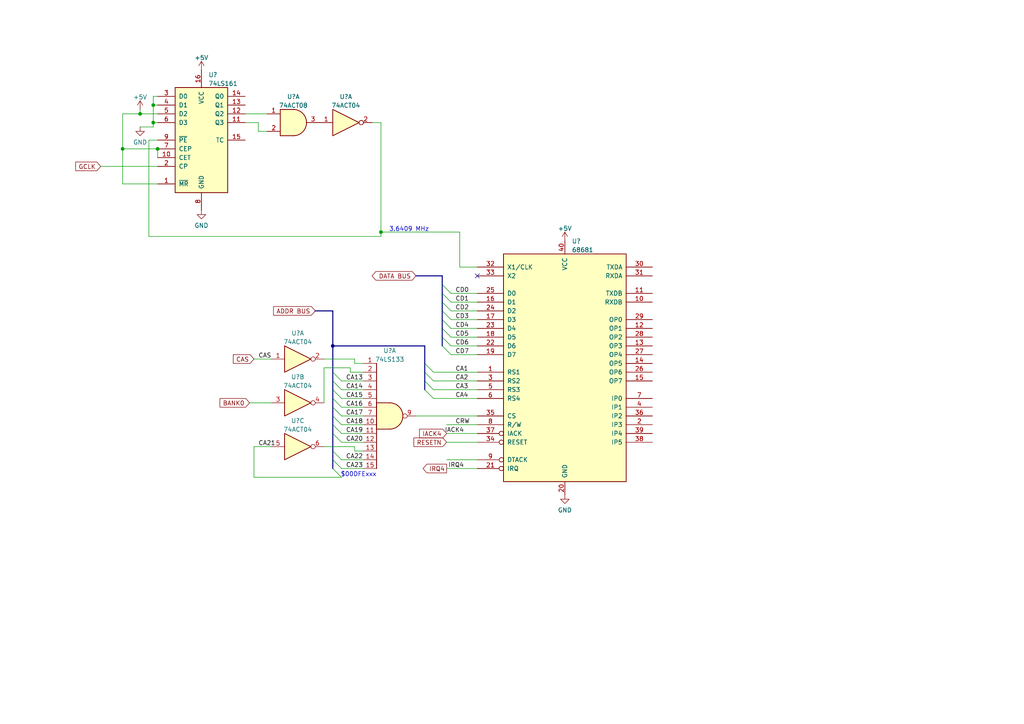
<source format=kicad_sch>
(kicad_sch (version 20211123) (generator eeschema)
  (paper "A4")
  (lib_symbols
    (symbol "74xx:74LS04"
      (property "Reference" "U" (at 0 1.27 0))
      (property "Value" "74LS04" (at 0 -1.27 0))
      (symbol "74LS04_1_0"
        (polyline (pts (xy -3.81 3.81) (xy -3.81 -3.81) (xy 3.81 0) (xy -3.81 3.81)) (stroke (width 0.254)) (fill (type background)))
        (pin input line (at -7.62 0 0) (length 3.81) (name "~") (number "1"))
        (pin output inverted (at 7.62 0 180) (length 3.81) (name "~") (number "2"))
      )
      (symbol "74LS04_2_0"
        (polyline (pts (xy -3.81 3.81) (xy -3.81 -3.81) (xy 3.81 0) (xy -3.81 3.81)) (stroke (width 0.254)) (fill (type background)))
        (pin input line (at -7.62 0 0) (length 3.81) (name "~") (number "3"))
        (pin output inverted (at 7.62 0 180) (length 3.81) (name "~") (number "4"))
      )
      (symbol "74LS04_3_0"
        (polyline (pts (xy -3.81 3.81) (xy -3.81 -3.81) (xy 3.81 0) (xy -3.81 3.81)) (stroke (width 0.254)) (fill (type background)))
        (pin input line (at -7.62 0 0) (length 3.81) (name "~") (number "5"))
        (pin output inverted (at 7.62 0 180) (length 3.81) (name "~") (number "6"))
      )
      (symbol "74LS04_4_0"
        (polyline (pts (xy -3.81 3.81) (xy -3.81 -3.81) (xy 3.81 0) (xy -3.81 3.81)) (stroke (width 0.254)) (fill (type background)))
        (pin output inverted (at 7.62 0 180) (length 3.81) (name "~") (number "8"))
        (pin input line (at -7.62 0 0) (length 3.81) (name "~") (number "9"))
      )
      (symbol "74LS04_5_0"
        (polyline (pts (xy -3.81 3.81) (xy -3.81 -3.81) (xy 3.81 0) (xy -3.81 3.81)) (stroke (width 0.254)) (fill (type background)))
        (pin output inverted (at 7.62 0 180) (length 3.81) (name "~") (number "10"))
        (pin input line (at -7.62 0 0) (length 3.81) (name "~") (number "11"))
      )
      (symbol "74LS04_6_0"
        (polyline (pts (xy -3.81 3.81) (xy -3.81 -3.81) (xy 3.81 0) (xy -3.81 3.81)) (stroke (width 0.254)) (fill (type background)))
        (pin output inverted (at 7.62 0 180) (length 3.81) (name "~") (number "12"))
        (pin input line (at -7.62 0 0) (length 3.81) (name "~") (number "13"))
      )
      (symbol "74LS04_7_0"
        (pin power_in line (at 0 12.7 270) (length 5.08) (name "VCC") (number "14"))
        (pin power_in line (at 0 -12.7 90) (length 5.08) (name "GND") (number "7"))
      )
      (symbol "74LS04_7_1"
        (rectangle (start -5.08 7.62) (end 5.08 -7.62) (stroke (width 0.254)) (fill (type background)))
      )
    )
    (symbol "74xx:74LS08" (pin_names (offset 1.016))
      (property "Reference" "U" (at 0 1.27 0))
      (property "Value" "74LS08" (at 0 -1.27 0))
      (symbol "74LS08_1_1"
        (arc (start 0 -3.81) (mid 3.81 0) (end 0 3.81) (stroke (width 0.254)) (fill (type background)))
        (polyline (pts (xy 0 3.81) (xy -3.81 3.81) (xy -3.81 -3.81) (xy 0 -3.81)) (stroke (width 0.254)) (fill (type background)))
        (pin input line (at -7.62 2.54 0) (length 3.81) (name "~") (number "1"))
        (pin input line (at -7.62 -2.54 0) (length 3.81) (name "~") (number "2"))
        (pin output line (at 7.62 0 180) (length 3.81) (name "~") (number "3"))
      )
      (symbol "74LS08_1_2"
        (arc (start -3.81 -3.81) (mid -2.589 0) (end -3.81 3.81) (stroke (width 0.254)))
        (arc (start -0.6096 -3.81) (mid 2.1842 -2.5851) (end 3.81 0) (stroke (width 0.254)) (fill (type background)))
        (polyline (pts (xy -3.81 -3.81) (xy -0.635 -3.81)) (stroke (width 0.254)) (fill (type background)))
        (polyline (pts (xy -3.81 3.81) (xy -0.635 3.81)) (stroke (width 0.254)) (fill (type background)))
        (polyline (pts (xy -0.635 3.81) (xy -3.81 3.81) (xy -3.81 3.81) (xy -3.556 3.4036) (xy -3.0226 2.2606) (xy -2.6924 1.0414) (xy -2.6162 -0.254) (xy -2.7686 -1.4986) (xy -3.175 -2.7178) (xy -3.81 -3.81) (xy -3.81 -3.81) (xy -0.635 -3.81)) (stroke (width -25.4)) (fill (type background)))
        (arc (start 3.81 0) (mid 2.1915 2.5936) (end -0.6096 3.81) (stroke (width 0.254)) (fill (type background)))
        (pin input inverted (at -7.62 2.54 0) (length 4.318) (name "~") (number "1"))
        (pin input inverted (at -7.62 -2.54 0) (length 4.318) (name "~") (number "2"))
        (pin output inverted (at 7.62 0 180) (length 3.81) (name "~") (number "3"))
      )
      (symbol "74LS08_2_1"
        (arc (start 0 -3.81) (mid 3.81 0) (end 0 3.81) (stroke (width 0.254)) (fill (type background)))
        (polyline (pts (xy 0 3.81) (xy -3.81 3.81) (xy -3.81 -3.81) (xy 0 -3.81)) (stroke (width 0.254)) (fill (type background)))
        (pin input line (at -7.62 2.54 0) (length 3.81) (name "~") (number "4"))
        (pin input line (at -7.62 -2.54 0) (length 3.81) (name "~") (number "5"))
        (pin output line (at 7.62 0 180) (length 3.81) (name "~") (number "6"))
      )
      (symbol "74LS08_2_2"
        (arc (start -3.81 -3.81) (mid -2.589 0) (end -3.81 3.81) (stroke (width 0.254)))
        (arc (start -0.6096 -3.81) (mid 2.1842 -2.5851) (end 3.81 0) (stroke (width 0.254)) (fill (type background)))
        (polyline (pts (xy -3.81 -3.81) (xy -0.635 -3.81)) (stroke (width 0.254)) (fill (type background)))
        (polyline (pts (xy -3.81 3.81) (xy -0.635 3.81)) (stroke (width 0.254)) (fill (type background)))
        (polyline (pts (xy -0.635 3.81) (xy -3.81 3.81) (xy -3.81 3.81) (xy -3.556 3.4036) (xy -3.0226 2.2606) (xy -2.6924 1.0414) (xy -2.6162 -0.254) (xy -2.7686 -1.4986) (xy -3.175 -2.7178) (xy -3.81 -3.81) (xy -3.81 -3.81) (xy -0.635 -3.81)) (stroke (width -25.4)) (fill (type background)))
        (arc (start 3.81 0) (mid 2.1915 2.5936) (end -0.6096 3.81) (stroke (width 0.254)) (fill (type background)))
        (pin input inverted (at -7.62 2.54 0) (length 4.318) (name "~") (number "4"))
        (pin input inverted (at -7.62 -2.54 0) (length 4.318) (name "~") (number "5"))
        (pin output inverted (at 7.62 0 180) (length 3.81) (name "~") (number "6"))
      )
      (symbol "74LS08_3_1"
        (arc (start 0 -3.81) (mid 3.81 0) (end 0 3.81) (stroke (width 0.254)) (fill (type background)))
        (polyline (pts (xy 0 3.81) (xy -3.81 3.81) (xy -3.81 -3.81) (xy 0 -3.81)) (stroke (width 0.254)) (fill (type background)))
        (pin input line (at -7.62 -2.54 0) (length 3.81) (name "~") (number "10"))
        (pin output line (at 7.62 0 180) (length 3.81) (name "~") (number "8"))
        (pin input line (at -7.62 2.54 0) (length 3.81) (name "~") (number "9"))
      )
      (symbol "74LS08_3_2"
        (arc (start -3.81 -3.81) (mid -2.589 0) (end -3.81 3.81) (stroke (width 0.254)))
        (arc (start -0.6096 -3.81) (mid 2.1842 -2.5851) (end 3.81 0) (stroke (width 0.254)) (fill (type background)))
        (polyline (pts (xy -3.81 -3.81) (xy -0.635 -3.81)) (stroke (width 0.254)) (fill (type background)))
        (polyline (pts (xy -3.81 3.81) (xy -0.635 3.81)) (stroke (width 0.254)) (fill (type background)))
        (polyline (pts (xy -0.635 3.81) (xy -3.81 3.81) (xy -3.81 3.81) (xy -3.556 3.4036) (xy -3.0226 2.2606) (xy -2.6924 1.0414) (xy -2.6162 -0.254) (xy -2.7686 -1.4986) (xy -3.175 -2.7178) (xy -3.81 -3.81) (xy -3.81 -3.81) (xy -0.635 -3.81)) (stroke (width -25.4)) (fill (type background)))
        (arc (start 3.81 0) (mid 2.1915 2.5936) (end -0.6096 3.81) (stroke (width 0.254)) (fill (type background)))
        (pin input inverted (at -7.62 -2.54 0) (length 4.318) (name "~") (number "10"))
        (pin output inverted (at 7.62 0 180) (length 3.81) (name "~") (number "8"))
        (pin input inverted (at -7.62 2.54 0) (length 4.318) (name "~") (number "9"))
      )
      (symbol "74LS08_4_1"
        (arc (start 0 -3.81) (mid 3.81 0) (end 0 3.81) (stroke (width 0.254)) (fill (type background)))
        (polyline (pts (xy 0 3.81) (xy -3.81 3.81) (xy -3.81 -3.81) (xy 0 -3.81)) (stroke (width 0.254)) (fill (type background)))
        (pin output line (at 7.62 0 180) (length 3.81) (name "~") (number "11"))
        (pin input line (at -7.62 2.54 0) (length 3.81) (name "~") (number "12"))
        (pin input line (at -7.62 -2.54 0) (length 3.81) (name "~") (number "13"))
      )
      (symbol "74LS08_4_2"
        (arc (start -3.81 -3.81) (mid -2.589 0) (end -3.81 3.81) (stroke (width 0.254)))
        (arc (start -0.6096 -3.81) (mid 2.1842 -2.5851) (end 3.81 0) (stroke (width 0.254)) (fill (type background)))
        (polyline (pts (xy -3.81 -3.81) (xy -0.635 -3.81)) (stroke (width 0.254)) (fill (type background)))
        (polyline (pts (xy -3.81 3.81) (xy -0.635 3.81)) (stroke (width 0.254)) (fill (type background)))
        (polyline (pts (xy -0.635 3.81) (xy -3.81 3.81) (xy -3.81 3.81) (xy -3.556 3.4036) (xy -3.0226 2.2606) (xy -2.6924 1.0414) (xy -2.6162 -0.254) (xy -2.7686 -1.4986) (xy -3.175 -2.7178) (xy -3.81 -3.81) (xy -3.81 -3.81) (xy -0.635 -3.81)) (stroke (width -25.4)) (fill (type background)))
        (arc (start 3.81 0) (mid 2.1915 2.5936) (end -0.6096 3.81) (stroke (width 0.254)) (fill (type background)))
        (pin output inverted (at 7.62 0 180) (length 3.81) (name "~") (number "11"))
        (pin input inverted (at -7.62 2.54 0) (length 4.318) (name "~") (number "12"))
        (pin input inverted (at -7.62 -2.54 0) (length 4.318) (name "~") (number "13"))
      )
      (symbol "74LS08_5_0"
        (pin power_in line (at 0 12.7 270) (length 5.08) (name "VCC") (number "14"))
        (pin power_in line (at 0 -12.7 90) (length 5.08) (name "GND") (number "7"))
      )
      (symbol "74LS08_5_1"
        (rectangle (start -5.08 7.62) (end 5.08 -7.62) (stroke (width 0.254)) (fill (type background)))
      )
    )
    (symbol "74xx:74LS133" (pin_names (offset 1.016))
      (property "Reference" "U" (at 0 1.27 0))
      (property "Value" "74LS133" (at 0 -1.27 0))
      (symbol "74LS133_1_1"
        (arc (start 0 -3.81) (mid 3.81 0) (end 0 3.81) (stroke (width 0.254)) (fill (type background)))
        (polyline (pts (xy -3.81 15.24) (xy -3.81 -15.24)) (stroke (width 0.254)))
        (polyline (pts (xy 0 3.81) (xy -3.81 3.81) (xy -3.81 -3.81) (xy 0 -3.81)) (stroke (width 0.254)) (fill (type background)))
        (pin input line (at -7.62 15.24 0) (length 3.81) (name "~") (number "1"))
        (pin input line (at -7.62 -2.54 0) (length 3.81) (name "~") (number "10"))
        (pin input line (at -7.62 -5.08 0) (length 3.81) (name "~") (number "11"))
        (pin input line (at -7.62 -7.62 0) (length 3.81) (name "~") (number "12"))
        (pin input line (at -7.62 -10.16 0) (length 3.81) (name "~") (number "13"))
        (pin input line (at -7.62 -12.7 0) (length 3.81) (name "~") (number "14"))
        (pin input line (at -7.62 -15.24 0) (length 3.81) (name "~") (number "15"))
        (pin input line (at -7.62 12.7 0) (length 3.81) (name "~") (number "2"))
        (pin input line (at -7.62 10.16 0) (length 3.81) (name "~") (number "3"))
        (pin input line (at -7.62 7.62 0) (length 3.81) (name "~") (number "4"))
        (pin input line (at -7.62 5.08 0) (length 3.81) (name "~") (number "5"))
        (pin input line (at -7.62 2.54 0) (length 3.81) (name "~") (number "6"))
        (pin input line (at -7.62 0 0) (length 3.81) (name "~") (number "7"))
        (pin output inverted (at 7.62 0 180) (length 3.81) (name "~") (number "9"))
      )
      (symbol "74LS133_1_2"
        (arc (start -3.81 -3.81) (mid -2.589 0) (end -3.81 3.81) (stroke (width 0.254)))
        (arc (start -0.6096 -3.81) (mid 2.1842 -2.5851) (end 3.81 0) (stroke (width 0.254)) (fill (type background)))
        (polyline (pts (xy -3.81 -3.81) (xy -3.81 -15.24)) (stroke (width 0.254)))
        (polyline (pts (xy -3.81 -3.81) (xy -0.635 -3.81)) (stroke (width 0.254)) (fill (type background)))
        (polyline (pts (xy -3.81 3.81) (xy -0.635 3.81)) (stroke (width 0.254)) (fill (type background)))
        (polyline (pts (xy -3.81 15.24) (xy -3.81 3.81)) (stroke (width 0.254)))
        (polyline (pts (xy -0.635 3.81) (xy -3.81 3.81) (xy -3.81 3.81) (xy -3.556 3.4036) (xy -3.0226 2.2606) (xy -2.6924 1.0414) (xy -2.6162 -0.254) (xy -2.7686 -1.4986) (xy -3.175 -2.7178) (xy -3.81 -3.81) (xy -3.81 -3.81) (xy -0.635 -3.81)) (stroke (width -25.4)) (fill (type background)))
        (arc (start 3.81 0) (mid 2.1915 2.5936) (end -0.6096 3.81) (stroke (width 0.254)) (fill (type background)))
        (pin input inverted (at -7.62 15.24 0) (length 3.81) (name "~") (number "1"))
        (pin input inverted (at -7.62 -2.54 0) (length 4.5466) (name "~") (number "10"))
        (pin input inverted (at -7.62 -5.08 0) (length 3.81) (name "~") (number "11"))
        (pin input inverted (at -7.62 -7.62 0) (length 3.81) (name "~") (number "12"))
        (pin input inverted (at -7.62 -10.16 0) (length 3.81) (name "~") (number "13"))
        (pin input inverted (at -7.62 -12.7 0) (length 3.81) (name "~") (number "14"))
        (pin input inverted (at -7.62 -15.24 0) (length 3.81) (name "~") (number "15"))
        (pin input inverted (at -7.62 12.7 0) (length 3.81) (name "~") (number "2"))
        (pin input inverted (at -7.62 10.16 0) (length 3.81) (name "~") (number "3"))
        (pin input inverted (at -7.62 7.62 0) (length 3.81) (name "~") (number "4"))
        (pin input inverted (at -7.62 5.08 0) (length 3.81) (name "~") (number "5"))
        (pin input inverted (at -7.62 2.54 0) (length 4.5466) (name "~") (number "6"))
        (pin input inverted (at -7.62 0 0) (length 5.08) (name "~") (number "7"))
        (pin output line (at 7.62 0 180) (length 3.81) (name "~") (number "9"))
      )
      (symbol "74LS133_2_0"
        (pin power_in line (at 0 12.7 270) (length 5.08) (name "VCC") (number "16"))
        (pin power_in line (at 0 -12.7 90) (length 5.08) (name "GND") (number "8"))
      )
      (symbol "74LS133_2_1"
        (rectangle (start -5.08 7.62) (end 5.08 -7.62) (stroke (width 0.254)) (fill (type background)))
      )
    )
    (symbol "74xx:74LS161" (pin_names (offset 1.016))
      (property "Reference" "U" (at -7.62 16.51 0))
      (property "Value" "74LS161" (at -7.62 -16.51 0))
      (symbol "74LS161_1_0"
        (pin input line (at -12.7 -12.7 0) (length 5.08) (name "~{MR}") (number "1"))
        (pin input line (at -12.7 -5.08 0) (length 5.08) (name "CET") (number "10"))
        (pin output line (at 12.7 5.08 180) (length 5.08) (name "Q3") (number "11"))
        (pin output line (at 12.7 7.62 180) (length 5.08) (name "Q2") (number "12"))
        (pin output line (at 12.7 10.16 180) (length 5.08) (name "Q1") (number "13"))
        (pin output line (at 12.7 12.7 180) (length 5.08) (name "Q0") (number "14"))
        (pin output line (at 12.7 0 180) (length 5.08) (name "TC") (number "15"))
        (pin power_in line (at 0 20.32 270) (length 5.08) (name "VCC") (number "16"))
        (pin input line (at -12.7 -7.62 0) (length 5.08) (name "CP") (number "2"))
        (pin input line (at -12.7 12.7 0) (length 5.08) (name "D0") (number "3"))
        (pin input line (at -12.7 10.16 0) (length 5.08) (name "D1") (number "4"))
        (pin input line (at -12.7 7.62 0) (length 5.08) (name "D2") (number "5"))
        (pin input line (at -12.7 5.08 0) (length 5.08) (name "D3") (number "6"))
        (pin input line (at -12.7 -2.54 0) (length 5.08) (name "CEP") (number "7"))
        (pin power_in line (at 0 -20.32 90) (length 5.08) (name "GND") (number "8"))
        (pin input line (at -12.7 0 0) (length 5.08) (name "~{PE}") (number "9"))
      )
      (symbol "74LS161_1_1"
        (rectangle (start -7.62 15.24) (end 7.62 -15.24) (stroke (width 0.254)) (fill (type background)))
      )
    )
    (symbol "Interface:68681" (pin_names (offset 1.016))
      (property "Reference" "U" (at 0 3.81 0))
      (property "Value" "68681" (at 0 -2.54 0))
      (symbol "68681_0_1"
        (rectangle (start -17.78 -31.75) (end 17.78 34.29) (stroke (width 0.254)) (fill (type background)))
      )
      (symbol "68681_1_1"
        (pin input line (at -25.4 0 0) (length 7.62) (name "RS1") (number "1"))
        (pin input line (at 25.4 20.32 180) (length 7.62) (name "RXDB") (number "10"))
        (pin output line (at 25.4 22.86 180) (length 7.62) (name "TXDB") (number "11"))
        (pin output line (at 25.4 12.7 180) (length 7.62) (name "OP1") (number "12"))
        (pin output line (at 25.4 7.62 180) (length 7.62) (name "OP3") (number "13"))
        (pin output line (at 25.4 2.54 180) (length 7.62) (name "OP5") (number "14"))
        (pin output line (at 25.4 -2.54 180) (length 7.62) (name "OP7") (number "15"))
        (pin tri_state line (at -25.4 20.32 0) (length 7.62) (name "D1") (number "16"))
        (pin tri_state line (at -25.4 15.24 0) (length 7.62) (name "D3") (number "17"))
        (pin tri_state line (at -25.4 10.16 0) (length 7.62) (name "D5") (number "18"))
        (pin tri_state line (at -25.4 5.08 0) (length 7.62) (name "D7") (number "19"))
        (pin input line (at 25.4 -15.24 180) (length 7.62) (name "IP3") (number "2"))
        (pin power_in line (at 0 -35.56 90) (length 3.81) (name "GND") (number "20"))
        (pin output inverted (at -25.4 -27.94 0) (length 7.62) (name "IRQ") (number "21"))
        (pin tri_state line (at -25.4 7.62 0) (length 7.62) (name "D6") (number "22"))
        (pin tri_state line (at -25.4 12.7 0) (length 7.62) (name "D4") (number "23"))
        (pin tri_state line (at -25.4 17.78 0) (length 7.62) (name "D2") (number "24"))
        (pin tri_state line (at -25.4 22.86 0) (length 7.62) (name "D0") (number "25"))
        (pin output line (at 25.4 0 180) (length 7.62) (name "OP6") (number "26"))
        (pin output line (at 25.4 5.08 180) (length 7.62) (name "OP4") (number "27"))
        (pin output line (at 25.4 10.16 180) (length 7.62) (name "OP2") (number "28"))
        (pin output line (at 25.4 15.24 180) (length 7.62) (name "OP0") (number "29"))
        (pin input line (at -25.4 -2.54 0) (length 7.62) (name "RS2") (number "3"))
        (pin output line (at 25.4 30.48 180) (length 7.62) (name "TXDA") (number "30"))
        (pin input line (at 25.4 27.94 180) (length 7.62) (name "RXDA") (number "31"))
        (pin input line (at -25.4 30.48 0) (length 7.62) (name "X1/CLK") (number "32"))
        (pin input line (at -25.4 27.94 0) (length 7.62) (name "X2") (number "33"))
        (pin input inverted (at -25.4 -20.32 0) (length 7.62) (name "RESET") (number "34"))
        (pin input line (at -25.4 -12.7 0) (length 7.62) (name "CS") (number "35"))
        (pin input line (at 25.4 -12.7 180) (length 7.62) (name "IP2") (number "36"))
        (pin input inverted (at -25.4 -17.78 0) (length 7.62) (name "IACK") (number "37"))
        (pin input line (at 25.4 -20.32 180) (length 7.62) (name "IP5") (number "38"))
        (pin input line (at 25.4 -17.78 180) (length 7.62) (name "IP4") (number "39"))
        (pin input line (at 25.4 -10.16 180) (length 7.62) (name "IP1") (number "4"))
        (pin power_in line (at 0 38.1 270) (length 3.81) (name "VCC") (number "40"))
        (pin input line (at -25.4 -5.08 0) (length 7.62) (name "RS3") (number "5"))
        (pin input line (at -25.4 -7.62 0) (length 7.62) (name "RS4") (number "6"))
        (pin input line (at 25.4 -7.62 180) (length 7.62) (name "IP0") (number "7"))
        (pin input line (at -25.4 -15.24 0) (length 7.62) (name "R/W") (number "8"))
        (pin open_collector inverted (at -25.4 -25.4 0) (length 7.62) (name "DTACK") (number "9"))
      )
    )
    (symbol "power:+5V" (power) (pin_names (offset 0))
      (property "Value" "+5V" (at 0 3.556 0))
      (symbol "+5V_0_1"
        (polyline (pts (xy -0.762 1.27) (xy 0 2.54)))
        (polyline (pts (xy 0 0) (xy 0 2.54)))
        (polyline (pts (xy 0 2.54) (xy 0.762 1.27)))
      )
      (symbol "+5V_1_1"
        (pin power_in line (at 0 0 90) (length 0) hide (name "+5V") (number "1"))
      )
    )
    (symbol "power:GND" (power) (pin_names (offset 0))
      (property "Value" "GND" (at 0 -3.81 0))
      (symbol "GND_0_1"
        (polyline (pts (xy 0 0) (xy 0 -1.27) (xy 1.27 -1.27) (xy 0 -2.54) (xy -1.27 -1.27) (xy 0 -1.27)))
      )
      (symbol "GND_1_1"
        (pin power_in line (at 0 0 270) (length 0) hide (name "GND") (number "1"))
      )
    )
  )
  (junction (at 110.49 67.31))
  (junction (at 44.45 30.48))
  (junction (at 96.52 100.33))
  (junction (at 45.72 43.18))
  (junction (at 35.56 43.18))
  (junction (at 44.45 35.56))
  (junction (at 40.64 33.02))
  (no_connect (at 138.43 80.01))
  (bus_entry (at 96.52 107.95) (size 2.54 2.54))
  (bus_entry (at 96.52 118.11) (size 2.54 2.54))
  (bus_entry (at 96.52 130.81) (size 2.54 2.54))
  (bus_entry (at 96.52 133.35) (size 2.54 2.54))
  (bus_entry (at 96.52 125.73) (size 2.54 2.54))
  (bus_entry (at 96.52 120.65) (size 2.54 2.54))
  (bus_entry (at 96.52 123.19) (size 2.54 2.54))
  (bus_entry (at 96.52 110.49) (size 2.54 2.54))
  (bus_entry (at 96.52 115.57) (size 2.54 2.54))
  (bus_entry (at 96.52 113.03) (size 2.54 2.54))
  (bus_entry (at 123.19 110.49) (size 2.54 2.54))
  (bus_entry (at 123.19 105.41) (size 2.54 2.54))
  (bus_entry (at 123.19 107.95) (size 2.54 2.54))
  (bus_entry (at 123.19 113.03) (size 2.54 2.54))
  (bus_entry (at 96.52 135.89) (size 2.54 2.54))
  (bus_entry (at 128.27 97.79) (size 2.54 2.54))
  (bus_entry (at 128.27 100.33) (size 2.54 2.54))
  (bus_entry (at 128.27 82.55) (size 2.54 2.54))
  (bus_entry (at 128.27 85.09) (size 2.54 2.54))
  (bus_entry (at 128.27 87.63) (size 2.54 2.54))
  (bus_entry (at 128.27 90.17) (size 2.54 2.54))
  (bus_entry (at 128.27 92.71) (size 2.54 2.54))
  (bus_entry (at 128.27 95.25) (size 2.54 2.54))
  (wire (pts (xy 78.74 116.84) (xy 72.39 116.84)))
  (wire (pts (xy 105.41 128.27) (xy 99.06 128.27)))
  (bus (pts (xy 96.52 123.19) (xy 96.52 120.65)))
  (wire (pts (xy 78.74 129.54) (xy 73.66 129.54)))
  (wire (pts (xy 45.72 43.18) (xy 45.72 45.72)))
  (wire (pts (xy 138.43 100.33) (xy 130.81 100.33)))
  (wire (pts (xy 125.73 113.03) (xy 138.43 113.03)))
  (bus (pts (xy 128.27 100.33) (xy 128.27 97.79)))
  (bus (pts (xy 96.52 120.65) (xy 96.52 118.11)))
  (bus (pts (xy 128.27 85.09) (xy 128.27 82.55)))
  (wire (pts (xy 105.41 120.65) (xy 99.06 120.65)))
  (wire (pts (xy 138.43 77.47) (xy 133.35 77.47)))
  (wire (pts (xy 110.49 67.31) (xy 110.49 68.58)))
  (wire (pts (xy 71.12 35.56) (xy 74.93 35.56)))
  (bus (pts (xy 128.27 90.17) (xy 128.27 87.63)))
  (wire (pts (xy 105.41 135.89) (xy 99.06 135.89)))
  (wire (pts (xy 45.72 33.02) (xy 40.64 33.02)))
  (bus (pts (xy 96.52 100.33) (xy 96.52 107.95)))
  (wire (pts (xy 138.43 97.79) (xy 130.81 97.79)))
  (wire (pts (xy 93.98 106.68) (xy 93.98 116.84)))
  (wire (pts (xy 101.6 107.95) (xy 101.6 106.68)))
  (wire (pts (xy 138.43 92.71) (xy 130.81 92.71)))
  (wire (pts (xy 138.43 90.17) (xy 130.81 90.17)))
  (wire (pts (xy 125.73 107.95) (xy 138.43 107.95)))
  (wire (pts (xy 138.43 95.25) (xy 130.81 95.25)))
  (bus (pts (xy 96.52 133.35) (xy 96.52 135.89)))
  (wire (pts (xy 120.65 120.65) (xy 138.43 120.65)))
  (wire (pts (xy 105.41 130.81) (xy 102.87 130.81)))
  (wire (pts (xy 45.72 27.94) (xy 44.45 27.94)))
  (wire (pts (xy 105.41 125.73) (xy 99.06 125.73)))
  (wire (pts (xy 105.41 133.35) (xy 99.06 133.35)))
  (bus (pts (xy 123.19 110.49) (xy 123.19 107.95)))
  (bus (pts (xy 96.52 113.03) (xy 96.52 110.49)))
  (wire (pts (xy 44.45 36.83) (xy 40.64 36.83)))
  (wire (pts (xy 74.93 35.56) (xy 74.93 38.1)))
  (wire (pts (xy 138.43 135.89) (xy 129.54 135.89)))
  (wire (pts (xy 74.93 38.1) (xy 77.47 38.1)))
  (wire (pts (xy 138.43 125.73) (xy 129.54 125.73)))
  (wire (pts (xy 102.87 129.54) (xy 93.98 129.54)))
  (bus (pts (xy 123.19 105.41) (xy 123.19 100.33)))
  (wire (pts (xy 43.18 40.64) (xy 43.18 68.58)))
  (bus (pts (xy 96.52 118.11) (xy 96.52 115.57)))
  (wire (pts (xy 105.41 115.57) (xy 99.06 115.57)))
  (wire (pts (xy 138.43 133.35) (xy 129.54 133.35)))
  (wire (pts (xy 45.72 48.26) (xy 29.21 48.26)))
  (bus (pts (xy 96.52 115.57) (xy 96.52 113.03)))
  (wire (pts (xy 45.72 30.48) (xy 44.45 30.48)))
  (wire (pts (xy 45.72 35.56) (xy 44.45 35.56)))
  (wire (pts (xy 125.73 115.57) (xy 138.43 115.57)))
  (wire (pts (xy 138.43 87.63) (xy 130.81 87.63)))
  (bus (pts (xy 123.19 107.95) (xy 123.19 105.41)))
  (wire (pts (xy 138.43 123.19) (xy 129.54 123.19)))
  (wire (pts (xy 43.18 68.58) (xy 110.49 68.58)))
  (bus (pts (xy 96.52 100.33) (xy 96.52 90.17)))
  (bus (pts (xy 123.19 113.03) (xy 123.19 110.49)))
  (wire (pts (xy 107.95 35.56) (xy 110.49 35.56)))
  (bus (pts (xy 128.27 95.25) (xy 128.27 92.71)))
  (wire (pts (xy 125.73 110.49) (xy 138.43 110.49)))
  (wire (pts (xy 44.45 30.48) (xy 44.45 35.56)))
  (wire (pts (xy 133.35 67.31) (xy 110.49 67.31)))
  (wire (pts (xy 93.98 104.14) (xy 102.87 104.14)))
  (wire (pts (xy 138.43 128.27) (xy 129.54 128.27)))
  (bus (pts (xy 96.52 90.17) (xy 91.44 90.17)))
  (wire (pts (xy 45.72 43.18) (xy 35.56 43.18)))
  (wire (pts (xy 44.45 27.94) (xy 44.45 30.48)))
  (wire (pts (xy 102.87 130.81) (xy 102.87 129.54)))
  (wire (pts (xy 45.72 53.34) (xy 35.56 53.34)))
  (wire (pts (xy 45.72 40.64) (xy 43.18 40.64)))
  (wire (pts (xy 99.06 138.43) (xy 73.66 138.43)))
  (bus (pts (xy 96.52 125.73) (xy 96.52 123.19)))
  (bus (pts (xy 128.27 80.01) (xy 120.65 80.01)))
  (bus (pts (xy 128.27 97.79) (xy 128.27 95.25)))
  (bus (pts (xy 128.27 82.55) (xy 128.27 80.01)))
  (wire (pts (xy 35.56 43.18) (xy 35.56 33.02)))
  (bus (pts (xy 96.52 133.35) (xy 96.52 130.81)))
  (wire (pts (xy 35.56 53.34) (xy 35.56 43.18)))
  (wire (pts (xy 138.43 102.87) (xy 130.81 102.87)))
  (bus (pts (xy 128.27 87.63) (xy 128.27 85.09)))
  (wire (pts (xy 77.47 33.02) (xy 71.12 33.02)))
  (wire (pts (xy 40.64 33.02) (xy 40.64 31.75)))
  (wire (pts (xy 105.41 107.95) (xy 101.6 107.95)))
  (wire (pts (xy 105.41 110.49) (xy 99.06 110.49)))
  (wire (pts (xy 101.6 106.68) (xy 93.98 106.68)))
  (wire (pts (xy 133.35 77.47) (xy 133.35 67.31)))
  (wire (pts (xy 73.66 129.54) (xy 73.66 138.43)))
  (bus (pts (xy 96.52 130.81) (xy 96.52 125.73)))
  (wire (pts (xy 105.41 113.03) (xy 99.06 113.03)))
  (wire (pts (xy 110.49 35.56) (xy 110.49 67.31)))
  (bus (pts (xy 128.27 92.71) (xy 128.27 90.17)))
  (bus (pts (xy 123.19 100.33) (xy 96.52 100.33)))
  (bus (pts (xy 96.52 110.49) (xy 96.52 107.95)))
  (wire (pts (xy 35.56 33.02) (xy 40.64 33.02)))
  (wire (pts (xy 138.43 85.09) (xy 130.81 85.09)))
  (wire (pts (xy 105.41 118.11) (xy 99.06 118.11)))
  (wire (pts (xy 102.87 105.41) (xy 105.41 105.41)))
  (wire (pts (xy 44.45 35.56) (xy 44.45 36.83)))
  (wire (pts (xy 102.87 104.14) (xy 102.87 105.41)))
  (wire (pts (xy 78.74 104.14) (xy 73.66 104.14)))
  (wire (pts (xy 105.41 123.19) (xy 99.06 123.19)))
  (text "3.6409 MHz" (at 124.46 67.31 180) (effects (font (size 1.27 1.27)) (justify right bottom)))
  (text "$00DFExxx" (at 109.22 138.43 180) (effects (font (size 1.27 1.27)) (justify right bottom)))
  (label "CRW" (at 132.08 123.19 0))
  (label "CD6" (at 132.08 100.33 0))
  (label "CA1" (at 132.08 107.95 0))
  (label "CA4" (at 132.08 115.57 0))
  (label "CA18" (at 100.33 123.19 0))
  (label "CD0" (at 132.08 85.09 0))
  (label "CAS" (at 74.93 104.14 0))
  (label "CD1" (at 132.08 87.63 0))
  (label "CA16" (at 100.33 118.11 0))
  (label "CA23" (at 100.33 135.89 0))
  (label "CD4" (at 132.08 95.25 0))
  (label "CD3" (at 132.08 92.71 0))
  (label "CA2" (at 132.08 110.49 0))
  (label "CA14" (at 100.33 113.03 0))
  (label "CD5" (at 132.08 97.79 0))
  (label "CA13" (at 100.33 110.49 0))
  (label "CA21" (at 74.93 129.54 0))
  (label "CA3" (at 132.08 113.03 0))
  (label "CD7" (at 132.08 102.87 0))
  (label "CA17" (at 100.33 120.65 0))
  (label "IRQ4" (at 134.62 135.89 180))
  (label "CA19" (at 100.33 125.73 0))
  (label "CA22" (at 100.33 133.35 0))
  (label "IACK4" (at 134.62 125.73 180))
  (label "CA20" (at 100.33 128.27 0))
  (label "CA15" (at 100.33 115.57 0))
  (label "CD2" (at 132.08 90.17 0))
  (global_label "IRQ4" (shape output) (at 129.54 135.89 180) (property "Intersheet References" "${INTERSHEET_REFS}" (effects hide)))
  (global_label "RESETN" (shape input) (at 129.54 128.27 180) (property "Intersheet References" "${INTERSHEET_REFS}" (effects hide)))
  (global_label "CAS" (shape input) (at 73.66 104.14 180) (property "Intersheet References" "${INTERSHEET_REFS}" (effects hide)))
  (global_label "IACK4" (shape input) (at 129.54 125.73 180) (property "Intersheet References" "${INTERSHEET_REFS}" (effects hide)))
  (global_label "BANK0" (shape input) (at 72.39 116.84 180) (property "Intersheet References" "${INTERSHEET_REFS}" (effects hide)))
  (global_label "ADDR BUS" (shape input) (at 91.44 90.17 180) (property "Intersheet References" "${INTERSHEET_REFS}" (effects hide)))
  (global_label "DATA BUS" (shape bidirectional) (at 120.65 80.01 180) (property "Intersheet References" "${INTERSHEET_REFS}" (effects hide)))
  (global_label "GCLK" (shape input) (at 29.21 48.26 180) (property "Intersheet References" "${INTERSHEET_REFS}" (effects hide)))
  (symbol (lib_id "74xx:74LS04") (at 100.33 35.56 0) (unit 1)
    (property "Reference" "U?" (at 100.33 28.0502 0))
    (property "Value" "74ACT04" (at 100.33 30.5871 0))
    (property "Datasheet" "http://www.ti.com/lit/gpn/sn74LS04" (effects hide))
  )
  (symbol (lib_id "74xx:74LS08") (at 85.09 35.56 0) (unit 1)
    (property "Reference" "U?" (at 85.09 28.0502 0))
    (property "Value" "74ACT08" (at 85.09 30.5871 0))
    (property "Datasheet" "http://www.ti.com/lit/gpn/sn74LS08" (effects hide))
  )
  (symbol (lib_id "74xx:74LS04") (at 86.36 129.54 0) (unit 3)
    (property "Reference" "U?" (at 86.36 122.0302 0))
    (property "Value" "74ACT04" (at 86.36 124.5671 0))
    (property "Datasheet" "http://www.ti.com/lit/gpn/sn74LS04" (effects hide))
  )
  (symbol (lib_id "power:GND") (at 163.83 143.51 0) (unit 1)
    (property "Reference" "#PWR?" (effects hide))
    (property "Value" "GND" (at 163.83 147.9534 0))
  )
  (symbol (lib_id "74xx:74LS161") (at 58.42 40.64 0) (unit 1)
    (property "Reference" "U?" (at 60.4394 21.7002 0) (effects (justify left)))
    (property "Value" "74LS161" (at 60.4394 24.2371 0) (effects (justify left)))
    (property "Datasheet" "http://www.ti.com/lit/gpn/sn74LS161" (effects hide))
  )
  (symbol (lib_id "74xx:74LS04") (at 86.36 104.14 0) (unit 1)
    (property "Reference" "U?" (at 86.36 96.6302 0))
    (property "Value" "74ACT04" (at 86.36 99.1671 0))
    (property "Datasheet" "http://www.ti.com/lit/gpn/sn74LS04" (effects hide))
  )
  (symbol (lib_id "power:+5V") (at 58.42 20.32 0) (unit 1)
    (property "Reference" "#PWR?" (effects hide))
    (property "Value" "+5V" (at 58.42 16.7442 0))
  )
  (symbol (lib_id "74xx:74LS133") (at 113.03 120.65 0) (unit 1)
    (property "Reference" "U?" (at 113.03 101.7102 0))
    (property "Value" "74LS133" (at 113.03 104.2471 0))
    (property "Datasheet" "http://www.ti.com/lit/gpn/sn74LS133" (effects hide))
  )
  (symbol (lib_id "Interface:68681") (at 163.83 107.95 0) (unit 1)
    (property "Reference" "U?" (at 165.8494 69.9602 0) (effects (justify left)))
    (property "Value" "68681" (at 165.8494 72.4971 0) (effects (justify left)))
  )
  (symbol (lib_id "power:+5V") (at 40.64 31.75 0) (unit 1)
    (property "Reference" "#PWR?" (effects hide))
    (property "Value" "+5V" (at 40.64 28.1742 0))
  )
  (symbol (lib_id "power:GND") (at 40.64 36.83 0) (unit 1)
    (property "Reference" "#PWR?" (effects hide))
    (property "Value" "GND" (at 40.64 41.2734 0))
  )
  (symbol (lib_id "power:GND") (at 58.42 60.96 0) (unit 1)
    (property "Reference" "#PWR?" (effects hide))
    (property "Value" "GND" (at 58.42 65.4034 0))
  )
  (symbol (lib_id "power:+5V") (at 163.83 69.85 0) (unit 1)
    (property "Reference" "#PWR?" (effects hide))
    (property "Value" "+5V" (at 163.83 66.2742 0))
  )
  (symbol (lib_id "74xx:74LS04") (at 86.36 116.84 0) (unit 2)
    (property "Reference" "U?" (at 86.36 109.3302 0))
    (property "Value" "74ACT04" (at 86.36 111.8671 0))
    (property "Datasheet" "http://www.ti.com/lit/gpn/sn74LS04" (effects hide))
  )
)
</source>
